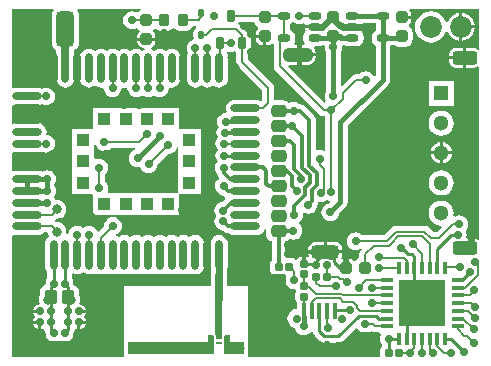
<source format=gtl>
%FSLAX44Y44*%
%MOMM*%
G71*
G01*
G75*
G04 Layer_Physical_Order=1*
G04 Layer_Color=191*
G04:AMPARAMS|DCode=10|XSize=1.5mm|YSize=3mm|CornerRadius=0.375mm|HoleSize=0mm|Usage=FLASHONLY|Rotation=0.000|XOffset=0mm|YOffset=0mm|HoleType=Round|Shape=RoundedRectangle|*
%AMROUNDEDRECTD10*
21,1,1.5000,2.2500,0,0,0.0*
21,1,0.7500,3.0000,0,0,0.0*
1,1,0.7500,0.3750,-1.1250*
1,1,0.7500,-0.3750,-1.1250*
1,1,0.7500,-0.3750,1.1250*
1,1,0.7500,0.3750,1.1250*
%
%ADD10ROUNDEDRECTD10*%
%ADD11R,0.4000X1.4000*%
%ADD12R,1.8000X1.9000*%
G04:AMPARAMS|DCode=13|XSize=1mm|YSize=1.2mm|CornerRadius=0.165mm|HoleSize=0mm|Usage=FLASHONLY|Rotation=0.000|XOffset=0mm|YOffset=0mm|HoleType=Round|Shape=RoundedRectangle|*
%AMROUNDEDRECTD13*
21,1,1.0000,0.8700,0,0,0.0*
21,1,0.6700,1.2000,0,0,0.0*
1,1,0.3300,0.3350,-0.4350*
1,1,0.3300,-0.3350,-0.4350*
1,1,0.3300,-0.3350,0.4350*
1,1,0.3300,0.3350,0.4350*
%
%ADD13ROUNDEDRECTD13*%
G04:AMPARAMS|DCode=14|XSize=2.35mm|YSize=1.15mm|CornerRadius=0.3852mm|HoleSize=0mm|Usage=FLASHONLY|Rotation=180.000|XOffset=0mm|YOffset=0mm|HoleType=Round|Shape=RoundedRectangle|*
%AMROUNDEDRECTD14*
21,1,2.3500,0.3795,0,0,180.0*
21,1,1.5795,1.1500,0,0,180.0*
1,1,0.7705,-0.7897,0.1898*
1,1,0.7705,0.7897,0.1898*
1,1,0.7705,0.7897,-0.1898*
1,1,0.7705,-0.7897,-0.1898*
%
%ADD14ROUNDEDRECTD14*%
G04:AMPARAMS|DCode=15|XSize=1.3mm|YSize=1mm|CornerRadius=0.25mm|HoleSize=0mm|Usage=FLASHONLY|Rotation=180.000|XOffset=0mm|YOffset=0mm|HoleType=Round|Shape=RoundedRectangle|*
%AMROUNDEDRECTD15*
21,1,1.3000,0.5000,0,0,180.0*
21,1,0.8000,1.0000,0,0,180.0*
1,1,0.5000,-0.4000,0.2500*
1,1,0.5000,0.4000,0.2500*
1,1,0.5000,0.4000,-0.2500*
1,1,0.5000,-0.4000,-0.2500*
%
%ADD15ROUNDEDRECTD15*%
G04:AMPARAMS|DCode=16|XSize=2.5mm|YSize=1.15mm|CornerRadius=0.3852mm|HoleSize=0mm|Usage=FLASHONLY|Rotation=180.000|XOffset=0mm|YOffset=0mm|HoleType=Round|Shape=RoundedRectangle|*
%AMROUNDEDRECTD16*
21,1,2.5000,0.3795,0,0,180.0*
21,1,1.7295,1.1500,0,0,180.0*
1,1,0.7705,-0.8648,0.1898*
1,1,0.7705,0.8648,0.1898*
1,1,0.7705,0.8648,-0.1898*
1,1,0.7705,-0.8648,-0.1898*
%
%ADD16ROUNDEDRECTD16*%
%ADD17O,0.7000X2.5000*%
%ADD18O,2.5000X0.7000*%
%ADD19R,1.1000X1.1000*%
%ADD20R,4.0000X4.0000*%
%ADD21O,1.1000X0.4000*%
%ADD22O,0.4000X1.1000*%
G04:AMPARAMS|DCode=23|XSize=1.1mm|YSize=0.6mm|CornerRadius=0.201mm|HoleSize=0mm|Usage=FLASHONLY|Rotation=180.000|XOffset=0mm|YOffset=0mm|HoleType=Round|Shape=RoundedRectangle|*
%AMROUNDEDRECTD23*
21,1,1.1000,0.1980,0,0,180.0*
21,1,0.6980,0.6000,0,0,180.0*
1,1,0.4020,-0.3490,0.0990*
1,1,0.4020,0.3490,0.0990*
1,1,0.4020,0.3490,-0.0990*
1,1,0.4020,-0.3490,-0.0990*
%
%ADD23ROUNDEDRECTD23*%
G04:AMPARAMS|DCode=24|XSize=1mm|YSize=0.9mm|CornerRadius=0.198mm|HoleSize=0mm|Usage=FLASHONLY|Rotation=90.000|XOffset=0mm|YOffset=0mm|HoleType=Round|Shape=RoundedRectangle|*
%AMROUNDEDRECTD24*
21,1,1.0000,0.5040,0,0,90.0*
21,1,0.6040,0.9000,0,0,90.0*
1,1,0.3960,0.2520,0.3020*
1,1,0.3960,0.2520,-0.3020*
1,1,0.3960,-0.2520,-0.3020*
1,1,0.3960,-0.2520,0.3020*
%
%ADD24ROUNDEDRECTD24*%
G04:AMPARAMS|DCode=25|XSize=0.67mm|YSize=0.67mm|CornerRadius=0.1508mm|HoleSize=0mm|Usage=FLASHONLY|Rotation=180.000|XOffset=0mm|YOffset=0mm|HoleType=Round|Shape=RoundedRectangle|*
%AMROUNDEDRECTD25*
21,1,0.6700,0.3685,0,0,180.0*
21,1,0.3685,0.6700,0,0,180.0*
1,1,0.3015,-0.1843,0.1843*
1,1,0.3015,0.1843,0.1843*
1,1,0.3015,0.1843,-0.1843*
1,1,0.3015,-0.1843,-0.1843*
%
%ADD25ROUNDEDRECTD25*%
G04:AMPARAMS|DCode=26|XSize=0.67mm|YSize=0.67mm|CornerRadius=0.1508mm|HoleSize=0mm|Usage=FLASHONLY|Rotation=270.000|XOffset=0mm|YOffset=0mm|HoleType=Round|Shape=RoundedRectangle|*
%AMROUNDEDRECTD26*
21,1,0.6700,0.3685,0,0,270.0*
21,1,0.3685,0.6700,0,0,270.0*
1,1,0.3015,-0.1843,-0.1843*
1,1,0.3015,-0.1843,0.1843*
1,1,0.3015,0.1843,0.1843*
1,1,0.3015,0.1843,-0.1843*
%
%ADD26ROUNDEDRECTD26*%
G04:AMPARAMS|DCode=27|XSize=1.05mm|YSize=0.65mm|CornerRadius=0.2015mm|HoleSize=0mm|Usage=FLASHONLY|Rotation=90.000|XOffset=0mm|YOffset=0mm|HoleType=Round|Shape=RoundedRectangle|*
%AMROUNDEDRECTD27*
21,1,1.0500,0.2470,0,0,90.0*
21,1,0.6470,0.6500,0,0,90.0*
1,1,0.4030,0.1235,0.3235*
1,1,0.4030,0.1235,-0.3235*
1,1,0.4030,-0.1235,-0.3235*
1,1,0.4030,-0.1235,0.3235*
%
%ADD27ROUNDEDRECTD27*%
G04:AMPARAMS|DCode=28|XSize=0.65mm|YSize=0.5mm|CornerRadius=0.2mm|HoleSize=0mm|Usage=FLASHONLY|Rotation=270.000|XOffset=0mm|YOffset=0mm|HoleType=Round|Shape=RoundedRectangle|*
%AMROUNDEDRECTD28*
21,1,0.6500,0.1000,0,0,270.0*
21,1,0.2500,0.5000,0,0,270.0*
1,1,0.4000,-0.0500,-0.1250*
1,1,0.4000,-0.0500,0.1250*
1,1,0.4000,0.0500,0.1250*
1,1,0.4000,0.0500,-0.1250*
%
%ADD28ROUNDEDRECTD28*%
G04:AMPARAMS|DCode=29|XSize=0.62mm|YSize=0.62mm|CornerRadius=0.1488mm|HoleSize=0mm|Usage=FLASHONLY|Rotation=270.000|XOffset=0mm|YOffset=0mm|HoleType=Round|Shape=RoundedRectangle|*
%AMROUNDEDRECTD29*
21,1,0.6200,0.3224,0,0,270.0*
21,1,0.3224,0.6200,0,0,270.0*
1,1,0.2976,-0.1612,-0.1612*
1,1,0.2976,-0.1612,0.1612*
1,1,0.2976,0.1612,0.1612*
1,1,0.2976,0.1612,-0.1612*
%
%ADD29ROUNDEDRECTD29*%
G04:AMPARAMS|DCode=30|XSize=1mm|YSize=0.95mm|CornerRadius=0.1995mm|HoleSize=0mm|Usage=FLASHONLY|Rotation=0.000|XOffset=0mm|YOffset=0mm|HoleType=Round|Shape=RoundedRectangle|*
%AMROUNDEDRECTD30*
21,1,1.0000,0.5510,0,0,0.0*
21,1,0.6010,0.9500,0,0,0.0*
1,1,0.3990,0.3005,-0.2755*
1,1,0.3990,-0.3005,-0.2755*
1,1,0.3990,-0.3005,0.2755*
1,1,0.3990,0.3005,0.2755*
%
%ADD30ROUNDEDRECTD30*%
G04:AMPARAMS|DCode=31|XSize=1mm|YSize=0.95mm|CornerRadius=0.1995mm|HoleSize=0mm|Usage=FLASHONLY|Rotation=270.000|XOffset=0mm|YOffset=0mm|HoleType=Round|Shape=RoundedRectangle|*
%AMROUNDEDRECTD31*
21,1,1.0000,0.5510,0,0,270.0*
21,1,0.6010,0.9500,0,0,270.0*
1,1,0.3990,-0.2755,-0.3005*
1,1,0.3990,-0.2755,0.3005*
1,1,0.3990,0.2755,0.3005*
1,1,0.3990,0.2755,-0.3005*
%
%ADD31ROUNDEDRECTD31*%
G04:AMPARAMS|DCode=32|XSize=0.5mm|YSize=0.21mm|CornerRadius=0.0347mm|HoleSize=0mm|Usage=FLASHONLY|Rotation=180.000|XOffset=0mm|YOffset=0mm|HoleType=Round|Shape=RoundedRectangle|*
%AMROUNDEDRECTD32*
21,1,0.5000,0.1407,0,0,180.0*
21,1,0.4307,0.2100,0,0,180.0*
1,1,0.0693,-0.2154,0.0704*
1,1,0.0693,0.2154,0.0704*
1,1,0.0693,0.2154,-0.0704*
1,1,0.0693,-0.2154,-0.0704*
%
%ADD32ROUNDEDRECTD32*%
G04:AMPARAMS|DCode=33|XSize=0.3mm|YSize=0.65mm|CornerRadius=0.0495mm|HoleSize=0mm|Usage=FLASHONLY|Rotation=180.000|XOffset=0mm|YOffset=0mm|HoleType=Round|Shape=RoundedRectangle|*
%AMROUNDEDRECTD33*
21,1,0.3000,0.5510,0,0,180.0*
21,1,0.2010,0.6500,0,0,180.0*
1,1,0.0990,-0.1005,0.2755*
1,1,0.0990,0.1005,0.2755*
1,1,0.0990,0.1005,-0.2755*
1,1,0.0990,-0.1005,-0.2755*
%
%ADD33ROUNDEDRECTD33*%
G04:AMPARAMS|DCode=34|XSize=0.65mm|YSize=0.35mm|CornerRadius=0.0735mm|HoleSize=0mm|Usage=FLASHONLY|Rotation=270.000|XOffset=0mm|YOffset=0mm|HoleType=Round|Shape=RoundedRectangle|*
%AMROUNDEDRECTD34*
21,1,0.6500,0.2030,0,0,270.0*
21,1,0.5030,0.3500,0,0,270.0*
1,1,0.1470,-0.1015,-0.2515*
1,1,0.1470,-0.1015,0.2515*
1,1,0.1470,0.1015,0.2515*
1,1,0.1470,0.1015,-0.2515*
%
%ADD34ROUNDEDRECTD34*%
G04:AMPARAMS|DCode=35|XSize=0.3mm|YSize=0.25mm|CornerRadius=0.0525mm|HoleSize=0mm|Usage=FLASHONLY|Rotation=270.000|XOffset=0mm|YOffset=0mm|HoleType=Round|Shape=RoundedRectangle|*
%AMROUNDEDRECTD35*
21,1,0.3000,0.1450,0,0,270.0*
21,1,0.1950,0.2500,0,0,270.0*
1,1,0.1050,-0.0725,-0.0975*
1,1,0.1050,-0.0725,0.0975*
1,1,0.1050,0.0725,0.0975*
1,1,0.1050,0.0725,-0.0975*
%
%ADD35ROUNDEDRECTD35*%
%ADD36C,0.2500*%
%ADD37C,0.3500*%
%ADD38C,0.2000*%
%ADD39C,0.6000*%
%ADD40C,0.3000*%
%ADD41C,0.7000*%
%ADD42C,0.4000*%
%ADD43C,0.5000*%
%ADD44C,0.7000*%
%ADD45C,0.8000*%
G04:AMPARAMS|DCode=46|XSize=1.15mm|YSize=2.1mm|CornerRadius=0.2875mm|HoleSize=0mm|Usage=FLASHONLY|Rotation=90.000|XOffset=0mm|YOffset=0mm|HoleType=Round|Shape=RoundedRectangle|*
%AMROUNDEDRECTD46*
21,1,1.1500,1.5250,0,0,90.0*
21,1,0.5750,2.1000,0,0,90.0*
1,1,0.5750,0.7625,0.2875*
1,1,0.5750,0.7625,-0.2875*
1,1,0.5750,-0.7625,-0.2875*
1,1,0.5750,-0.7625,0.2875*
%
%ADD46ROUNDEDRECTD46*%
%ADD47C,1.8500*%
%ADD48R,1.3000X1.3000*%
%ADD49C,1.3000*%
%ADD50C,0.6000*%
G36*
X208348Y284906D02*
X209673Y282923D01*
X211225Y281886D01*
X211361Y280583D01*
X211312Y280417D01*
X210725Y280025D01*
X209723Y278524D01*
X209371Y276755D01*
Y275270D01*
X217000D01*
Y274000D01*
X218270D01*
Y266621D01*
X220005D01*
X221775Y266973D01*
X223132Y267880D01*
X223761Y267717D01*
X224402Y267377D01*
Y248436D01*
X224790Y246485D01*
X225895Y244832D01*
X263163Y207564D01*
X264817Y206459D01*
X265140Y206394D01*
X266768Y206071D01*
X267708D01*
X267901Y205820D01*
X268152Y205627D01*
Y177591D01*
X266882Y176967D01*
X265458Y177557D01*
X263500Y177815D01*
X261697Y177577D01*
X261217Y177710D01*
X260427Y178238D01*
Y202685D01*
X260427Y202686D01*
X260055Y204557D01*
X259981Y204929D01*
X258710Y206831D01*
X258710Y206831D01*
X250695Y214846D01*
X248794Y216116D01*
X246550Y216563D01*
X245980D01*
X245082Y217251D01*
X243258Y218007D01*
X241300Y218265D01*
X239342Y218007D01*
X237568Y217272D01*
X237136Y217836D01*
X235778Y218878D01*
X234197Y219533D01*
X232500Y219756D01*
X224898D01*
Y230042D01*
X224510Y231993D01*
X223405Y233647D01*
X202598Y254454D01*
Y260612D01*
X203072Y260928D01*
X204401Y262918D01*
X204868Y265265D01*
Y271735D01*
X204401Y274082D01*
X203072Y276072D01*
X202302Y276586D01*
X202210Y277051D01*
X201105Y278705D01*
X196205Y283605D01*
X194551Y284710D01*
X194376Y285132D01*
X194901Y285918D01*
X194997Y286402D01*
X208050D01*
X208348Y284906D01*
D02*
G37*
G36*
X242218Y284948D02*
X244042Y284193D01*
X246000Y283935D01*
X247958Y284193D01*
X249782Y284948D01*
X250096Y285189D01*
X251151Y284398D01*
X250927Y283270D01*
X259000D01*
Y280730D01*
X250927D01*
X251224Y279235D01*
X251404Y278965D01*
X251177Y277823D01*
X249849Y275835D01*
X249382Y273490D01*
Y271510D01*
X249849Y269165D01*
X250637Y267985D01*
X249958Y266715D01*
X246270D01*
Y259570D01*
X260165D01*
Y260198D01*
X259669Y262692D01*
X258720Y264112D01*
X259399Y265382D01*
X262490D01*
X264835Y265849D01*
X265634Y266382D01*
X266720D01*
X267557Y265428D01*
X267435Y264500D01*
X267693Y262542D01*
X268449Y260718D01*
X268851Y260194D01*
Y227348D01*
X268417Y226782D01*
X267661Y224958D01*
X267404Y223000D01*
X267661Y221042D01*
X268323Y219443D01*
X268231Y218821D01*
X267820Y217946D01*
X267354Y217792D01*
X236531Y248615D01*
X237057Y249885D01*
X243730D01*
Y258300D01*
Y266715D01*
X242042D01*
X241363Y267985D01*
X242151Y269165D01*
X242618Y271510D01*
Y273490D01*
X242151Y275835D01*
X240823Y277823D01*
X238835Y279151D01*
X238098Y279298D01*
Y284702D01*
X238835Y284849D01*
X240712Y286103D01*
X242218Y284948D01*
D02*
G37*
G36*
X112055Y296181D02*
X111156Y296002D01*
X109173Y294677D01*
X108888Y294251D01*
X108282Y294151D01*
X106458Y294907D01*
X104500Y295165D01*
X102542Y294907D01*
X100718Y294151D01*
X99151Y292949D01*
X97949Y291382D01*
X97193Y289558D01*
X96935Y287600D01*
X97193Y285642D01*
X97949Y283818D01*
X99151Y282251D01*
X100718Y281049D01*
X102542Y280293D01*
X104500Y280035D01*
X106458Y280293D01*
X108282Y281049D01*
X108888Y280949D01*
X109173Y280523D01*
X110725Y279486D01*
X110861Y278183D01*
X110812Y278016D01*
X110225Y277624D01*
X109223Y276124D01*
X108871Y274355D01*
Y272870D01*
X124129D01*
Y274355D01*
X123777Y276124D01*
X122775Y277624D01*
X122188Y278016D01*
X122140Y278183D01*
X122275Y279486D01*
X123827Y280523D01*
X125026Y280030D01*
X126647Y278947D01*
X128980Y278483D01*
X134020D01*
X136353Y278947D01*
X138331Y280269D01*
X138865Y281067D01*
X140135D01*
X140669Y280269D01*
X142647Y278947D01*
X144980Y278483D01*
X150020D01*
X152353Y278947D01*
X154331Y280269D01*
X155653Y282247D01*
X155704Y282502D01*
X158397D01*
X158782Y281232D01*
X158174Y280826D01*
X156848Y278841D01*
X156383Y276500D01*
Y274000D01*
X156696Y272424D01*
X156087Y271150D01*
X155792Y270953D01*
X154218Y270301D01*
X152651Y269099D01*
X151449Y267532D01*
X150693Y265708D01*
X150435Y263750D01*
X150693Y261792D01*
X151449Y259967D01*
X151520Y259875D01*
X151449Y259782D01*
X150693Y257958D01*
X150435Y256000D01*
Y238000D01*
X150693Y236042D01*
X151449Y234218D01*
X152651Y232651D01*
X154218Y231449D01*
X156042Y230693D01*
X158000Y230435D01*
X159958Y230693D01*
X161782Y231449D01*
X163000Y232383D01*
X164218Y231449D01*
X166042Y230693D01*
X168000Y230435D01*
X169958Y230693D01*
X171782Y231449D01*
X173000Y232383D01*
X174218Y231449D01*
X176042Y230693D01*
X178000Y230435D01*
X179958Y230693D01*
X181782Y231449D01*
X183349Y232651D01*
X184551Y234218D01*
X185307Y236042D01*
X185565Y238000D01*
Y256000D01*
X185307Y257958D01*
X184551Y259782D01*
X184378Y260008D01*
X185179Y261051D01*
X186041Y260693D01*
X187999Y260436D01*
X189957Y260693D01*
X191416Y261298D01*
X192402Y260503D01*
Y252342D01*
X192790Y250391D01*
X193895Y248737D01*
X214702Y227930D01*
Y220063D01*
X213432Y219436D01*
X213282Y219551D01*
X211458Y220307D01*
X209500Y220565D01*
X191500D01*
X189542Y220307D01*
X187718Y219551D01*
X186151Y218349D01*
X184949Y216782D01*
X184193Y214958D01*
X183935Y213000D01*
X184193Y211042D01*
X184509Y210279D01*
X184315Y209814D01*
X183656Y209019D01*
X182042Y208807D01*
X180218Y208051D01*
X178651Y206849D01*
X177449Y205282D01*
X176693Y203458D01*
X176435Y201500D01*
X176693Y199542D01*
X177449Y197718D01*
X177845Y197201D01*
X176949Y196032D01*
X176193Y194208D01*
X175935Y192250D01*
X176193Y190292D01*
X176949Y188468D01*
X177095Y188277D01*
X175949Y186782D01*
X175193Y184958D01*
X174935Y183000D01*
X175193Y181042D01*
X175949Y179218D01*
X176963Y177896D01*
X175949Y176573D01*
X175193Y174749D01*
X174935Y172791D01*
X175193Y170833D01*
X175949Y169009D01*
X176870Y167808D01*
X175699Y166282D01*
X174943Y164458D01*
X174685Y162500D01*
X174943Y160542D01*
X175699Y158718D01*
X176503Y157670D01*
X176834Y156006D01*
X178104Y154104D01*
X178064Y153492D01*
X176901Y152599D01*
X175699Y151032D01*
X174943Y149208D01*
X174685Y147250D01*
X174943Y145292D01*
X175699Y143468D01*
X176901Y141901D01*
X178468Y140699D01*
X180247Y139962D01*
X181355Y138855D01*
X181355Y138855D01*
X183101Y137688D01*
X183319Y137170D01*
X183458Y136249D01*
X180914Y133705D01*
X179792Y133557D01*
X177968Y132801D01*
X176401Y131599D01*
X175199Y130032D01*
X174443Y128208D01*
X174185Y126250D01*
X174443Y124292D01*
X175199Y122468D01*
X175749Y121750D01*
X175199Y121032D01*
X174443Y119208D01*
X174185Y117250D01*
X174443Y115292D01*
X175199Y113468D01*
X176401Y111901D01*
X177968Y110699D01*
X179792Y109943D01*
X180914Y109795D01*
X181854Y108855D01*
X181854Y108855D01*
X183757Y107584D01*
X186000Y107137D01*
X186820D01*
X187718Y106449D01*
X189542Y105693D01*
X191500Y105435D01*
X209500D01*
X211458Y105693D01*
X213282Y106449D01*
X214849Y107651D01*
X216051Y109218D01*
X216674Y110721D01*
X217944Y110468D01*
Y106600D01*
X218167Y104903D01*
X218822Y103322D01*
X219864Y101964D01*
X221222Y100922D01*
X222637Y100336D01*
Y84590D01*
X221570Y82991D01*
X221142Y80843D01*
Y77158D01*
X221570Y75009D01*
X222397Y73770D01*
X221718Y72500D01*
X233602D01*
X234500Y71602D01*
Y64801D01*
X234949Y63718D01*
X236151Y62151D01*
X237718Y60949D01*
X239542Y60193D01*
X241500Y59935D01*
X242636Y60085D01*
X242970Y58409D01*
X243242Y58000D01*
X242970Y57592D01*
X242542Y55443D01*
Y51757D01*
X242970Y49609D01*
X244000Y48066D01*
Y43069D01*
X241912Y42794D01*
X239965Y41988D01*
X238294Y40706D01*
X237012Y39035D01*
X236206Y37088D01*
X235931Y35000D01*
X236206Y32912D01*
X237012Y30965D01*
X238294Y29294D01*
X239965Y28012D01*
X241912Y27206D01*
X242584Y27117D01*
X242693Y26292D01*
X243449Y24468D01*
X244651Y22901D01*
X246218Y21699D01*
X248042Y20943D01*
X250000Y20685D01*
X251958Y20943D01*
X253782Y21699D01*
X255349Y22901D01*
X256414Y24288D01*
X256612Y24302D01*
X257090Y24246D01*
X257725Y23984D01*
X258055Y22328D01*
X259215Y20591D01*
X263591Y16215D01*
X265328Y15055D01*
X267376Y14647D01*
X279003D01*
X281051Y15055D01*
X282788Y16215D01*
X293935Y27362D01*
X295181Y27115D01*
X295449Y26468D01*
X296651Y24901D01*
X298218Y23699D01*
X300042Y22943D01*
X302000Y22685D01*
X303958Y22943D01*
X305782Y23699D01*
X307017Y24646D01*
X308299Y23790D01*
X308623Y23726D01*
X310250Y23402D01*
X313330D01*
X314159Y22848D01*
X314748Y22731D01*
X315267Y21333D01*
X314693Y19948D01*
X314435Y17990D01*
X314693Y16032D01*
X315449Y14207D01*
X316200Y13228D01*
X316187Y11813D01*
X314970Y9991D01*
X314542Y7843D01*
Y4157D01*
X314667Y3531D01*
X313861Y2549D01*
X202400D01*
Y62500D01*
X185000D01*
Y72500D01*
X185060D01*
Y77447D01*
X185307Y78042D01*
X185565Y80000D01*
Y98000D01*
X185307Y99958D01*
X184551Y101782D01*
X183349Y103349D01*
X181782Y104551D01*
X179958Y105307D01*
X178000Y105565D01*
X176042Y105307D01*
X174218Y104551D01*
X172651Y103349D01*
X171449Y101782D01*
X170693Y99958D01*
X170435Y98000D01*
Y80000D01*
X170693Y78042D01*
X170940Y77447D01*
Y72500D01*
X170900D01*
Y62500D01*
X97400D01*
X97400Y62500D01*
Y2549D01*
X67400D01*
Y72500D01*
X162632D01*
X162201Y73770D01*
X163349Y74651D01*
X164551Y76218D01*
X165307Y78042D01*
X165565Y80000D01*
Y98000D01*
X165307Y99958D01*
X164551Y101782D01*
X163349Y103349D01*
X161782Y104551D01*
X159958Y105307D01*
X158000Y105565D01*
X156042Y105307D01*
X154218Y104551D01*
X153000Y103617D01*
X151782Y104551D01*
X149958Y105307D01*
X148000Y105565D01*
X146042Y105307D01*
X144218Y104551D01*
X143000Y103617D01*
X141782Y104551D01*
X139958Y105307D01*
X138000Y105565D01*
X136042Y105307D01*
X134218Y104551D01*
X133000Y103617D01*
X131782Y104551D01*
X129958Y105307D01*
X128000Y105565D01*
X126042Y105307D01*
X124218Y104551D01*
X123000Y103617D01*
X121782Y104551D01*
X119958Y105307D01*
X118000Y105565D01*
X116042Y105307D01*
X114218Y104551D01*
X113000Y103617D01*
X111782Y104551D01*
X109958Y105307D01*
X108000Y105565D01*
X106042Y105307D01*
X104218Y104551D01*
X103000Y103617D01*
X101782Y104551D01*
X99958Y105307D01*
X98000Y105565D01*
X96042Y105307D01*
X94218Y104551D01*
X93000Y103617D01*
X91782Y104551D01*
X90974Y104886D01*
Y106260D01*
X92032Y106699D01*
X93599Y107901D01*
X94801Y109468D01*
X95557Y111292D01*
X95815Y113250D01*
X95557Y115208D01*
X94801Y117032D01*
X93599Y118599D01*
X92032Y119801D01*
X90208Y120557D01*
X88250Y120815D01*
X86292Y120557D01*
X84468Y119801D01*
X82901Y118599D01*
X81699Y117032D01*
X80943Y115208D01*
X80685Y113250D01*
X80727Y112936D01*
X76408Y108618D01*
X74910Y108916D01*
X74551Y109782D01*
X73349Y111349D01*
X71782Y112551D01*
X69958Y113307D01*
X68000Y113565D01*
X66042Y113307D01*
X64218Y112551D01*
X63000Y111617D01*
X61782Y112551D01*
X59958Y113307D01*
X58000Y113565D01*
X56042Y113307D01*
X54218Y112551D01*
X52651Y111349D01*
X51449Y109782D01*
X50693Y107958D01*
X50618Y107386D01*
X49305Y106368D01*
X48745Y106464D01*
X48591Y106768D01*
X48819Y108500D01*
X48544Y110588D01*
X47738Y112535D01*
X46456Y114206D01*
X44784Y115488D01*
X42838Y116294D01*
X40750Y116569D01*
X39991Y116469D01*
X39855Y116605D01*
X38910Y117236D01*
Y118764D01*
X39855Y119395D01*
X39991Y119531D01*
X40750Y119431D01*
X42838Y119706D01*
X44784Y120512D01*
X46456Y121794D01*
X47738Y123465D01*
X48544Y125412D01*
X48819Y127500D01*
X48544Y129588D01*
X47738Y131535D01*
X46456Y133206D01*
X44784Y134488D01*
X42838Y135294D01*
X40750Y135569D01*
X39616Y135420D01*
X39051Y136782D01*
X38117Y138000D01*
X39051Y139218D01*
X39807Y141042D01*
X40065Y143000D01*
X39807Y144958D01*
X39051Y146782D01*
X38618Y147347D01*
Y148652D01*
X39051Y149218D01*
X39807Y151042D01*
X40065Y153000D01*
X39807Y154958D01*
X39051Y156782D01*
X37849Y158349D01*
X36282Y159551D01*
X34458Y160307D01*
X32500Y160565D01*
X30542Y160307D01*
X28718Y159551D01*
X28500Y159384D01*
X28282Y159551D01*
X26458Y160307D01*
X24500Y160565D01*
X6500D01*
X4542Y160307D01*
X3819Y160007D01*
X2549Y160856D01*
Y175144D01*
X3819Y175993D01*
X4542Y175693D01*
X6500Y175435D01*
X24500D01*
X26458Y175693D01*
X28000Y176332D01*
X29542Y175693D01*
X31500Y175435D01*
X33458Y175693D01*
X35282Y176449D01*
X36849Y177651D01*
X38051Y179218D01*
X38807Y181042D01*
X39065Y183000D01*
X38807Y184958D01*
X38051Y186782D01*
X36849Y188349D01*
X35282Y189551D01*
X33458Y190307D01*
X32788Y190395D01*
X31884Y191630D01*
X32065Y193000D01*
X31807Y194958D01*
X31051Y196782D01*
X29849Y198349D01*
X28282Y199551D01*
X26458Y200307D01*
X24500Y200565D01*
X6500D01*
X4542Y200307D01*
X3819Y200007D01*
X2549Y200856D01*
Y215144D01*
X3819Y215993D01*
X4542Y215693D01*
X6500Y215435D01*
X24500D01*
X26458Y215693D01*
X28000Y216332D01*
X29542Y215693D01*
X31500Y215435D01*
X33458Y215693D01*
X35282Y216449D01*
X36849Y217651D01*
X38051Y219218D01*
X38807Y221042D01*
X39065Y223000D01*
X38807Y224958D01*
X38051Y226782D01*
X36849Y228349D01*
X35282Y229551D01*
X33458Y230307D01*
X31500Y230565D01*
X29542Y230307D01*
X28000Y229668D01*
X26458Y230307D01*
X24500Y230565D01*
X6500D01*
X4542Y230307D01*
X3819Y230007D01*
X2549Y230856D01*
Y297451D01*
X37673D01*
X38299Y296181D01*
X37480Y295114D01*
X36700Y293228D01*
X36433Y291205D01*
Y268705D01*
X36700Y266682D01*
X37480Y264797D01*
X38723Y263178D01*
X40342Y261936D01*
X40435Y261897D01*
Y256000D01*
Y247000D01*
Y238000D01*
X40693Y236042D01*
X41449Y234218D01*
X42651Y232651D01*
X44218Y231449D01*
X46042Y230693D01*
X48000Y230435D01*
X49958Y230693D01*
X51782Y231449D01*
X53349Y232651D01*
X54551Y234218D01*
X55307Y236042D01*
X55565Y238000D01*
Y256000D01*
Y261897D01*
X55658Y261936D01*
X57277Y263178D01*
X58520Y264797D01*
X59300Y266682D01*
X59567Y268705D01*
Y291205D01*
X59300Y293228D01*
X58520Y295114D01*
X57701Y296181D01*
X58327Y297451D01*
X111930D01*
X112055Y296181D01*
D02*
G37*
G36*
X32956Y106412D02*
X33762Y104466D01*
X33723Y104172D01*
X32651Y103349D01*
X31449Y101782D01*
X30693Y99958D01*
X30435Y98000D01*
Y80000D01*
X30693Y78042D01*
X31449Y76218D01*
X32647Y74656D01*
Y69143D01*
X31718Y67753D01*
X31293Y65612D01*
Y65153D01*
X30555Y64048D01*
X30295Y62742D01*
X29945Y62672D01*
X28077Y61423D01*
X26828Y59555D01*
X26389Y57350D01*
Y54738D01*
X25706Y53088D01*
X25431Y51000D01*
X25706Y48912D01*
X26088Y47989D01*
X25240Y46719D01*
X24888D01*
X23316Y46406D01*
X21984Y45516D01*
X21094Y44184D01*
X20781Y42612D01*
Y42270D01*
X26500D01*
Y39730D01*
X20781D01*
Y39388D01*
X21094Y37816D01*
X21973Y36500D01*
X21093Y35183D01*
X20780Y33611D01*
Y33269D01*
X26499D01*
Y31999D01*
X27769D01*
Y26280D01*
X28111D01*
X28942Y26446D01*
X29952Y26072D01*
X30244Y25508D01*
X30554Y23952D01*
X31293Y22847D01*
Y21388D01*
X31718Y19247D01*
X32931Y17431D01*
X34747Y16218D01*
X36888Y15792D01*
X40112D01*
X42253Y16218D01*
X43000Y16717D01*
X43747Y16218D01*
X45888Y15792D01*
X49112D01*
X51253Y16218D01*
X53069Y17431D01*
X54282Y19247D01*
X54707Y21388D01*
Y22848D01*
X55445Y23951D01*
X55754Y25508D01*
X56045Y26071D01*
X57056Y26446D01*
X57887Y26280D01*
X58229D01*
Y31999D01*
X59499D01*
Y33269D01*
X65218D01*
Y33611D01*
X64906Y35183D01*
X64026Y36499D01*
X64906Y37816D01*
X65219Y39388D01*
Y39730D01*
X59500D01*
Y42270D01*
X65219D01*
Y42612D01*
X64906Y44184D01*
X64016Y45516D01*
X62684Y46406D01*
X61112Y46719D01*
X60760D01*
X59912Y47989D01*
X60294Y48912D01*
X60569Y51000D01*
X60294Y53088D01*
X59611Y54738D01*
Y57350D01*
X59172Y59555D01*
X57923Y61423D01*
X56055Y62672D01*
X55498Y62783D01*
X55445Y63048D01*
X54707Y64153D01*
Y65612D01*
X54282Y67753D01*
X53353Y69143D01*
Y72654D01*
X54623Y73281D01*
X56042Y72693D01*
X58000Y72435D01*
X59958Y72693D01*
X61782Y73449D01*
X63000Y74383D01*
X64218Y73449D01*
X66042Y72693D01*
X66238Y72667D01*
X67400Y72500D01*
X67400Y72500D01*
X67400Y72500D01*
X67400Y3447D01*
X66502Y2549D01*
X2549D01*
Y105144D01*
X3819Y105993D01*
X4542Y105693D01*
X6500Y105435D01*
X24500D01*
X26458Y105693D01*
X28282Y106449D01*
X29849Y107651D01*
X30042Y107902D01*
X32760D01*
X32956Y106412D01*
D02*
G37*
G36*
X173454Y19903D02*
Y18497D01*
X173500Y18265D01*
Y15535D01*
X173454Y15303D01*
Y13896D01*
X173500Y13665D01*
Y5000D01*
X101400D01*
Y15000D01*
X169000D01*
Y20700D01*
X172467D01*
X173454Y19903D01*
D02*
G37*
G36*
X187000Y15000D02*
X199400D01*
Y5000D01*
X182500D01*
Y13665D01*
X182546Y13896D01*
Y15303D01*
X182500Y15535D01*
Y18265D01*
X182546Y18497D01*
Y19903D01*
X183533Y20700D01*
X187000D01*
Y15000D01*
D02*
G37*
G36*
X181000Y21190D02*
X180942Y21103D01*
X180756Y20880D01*
X180723Y20775D01*
X180662Y20684D01*
X180605Y20398D01*
X180518Y20120D01*
X180528Y20011D01*
X180507Y19903D01*
Y18697D01*
X180500Y18663D01*
Y18462D01*
X180461Y18265D01*
Y17900D01*
X175539D01*
Y18265D01*
X175500Y18462D01*
Y18663D01*
X175493Y18697D01*
Y19903D01*
X175472Y20011D01*
X175482Y20120D01*
X175395Y20398D01*
X175338Y20684D01*
X175277Y20775D01*
X175244Y20880D01*
X175058Y21103D01*
X175000Y21190D01*
Y72500D01*
X181000D01*
Y21190D01*
D02*
G37*
G36*
X398451Y263211D02*
X397181Y262712D01*
X395738Y263676D01*
X393625Y264096D01*
X387270D01*
Y255700D01*
Y247304D01*
X393625D01*
X395738Y247724D01*
X397181Y248689D01*
X398451Y248189D01*
Y101811D01*
X397181Y101312D01*
X395738Y102276D01*
X393625Y102696D01*
X388246D01*
X387759Y103425D01*
X387580Y103966D01*
X387815Y105750D01*
X387557Y107708D01*
X386853Y109406D01*
X388051Y110968D01*
X388807Y112792D01*
X389065Y114750D01*
X388807Y116708D01*
X388051Y118532D01*
X386849Y120099D01*
X385282Y121301D01*
X383458Y122057D01*
X381500Y122315D01*
X379542Y122057D01*
X377779Y121327D01*
X377527Y121428D01*
X376600Y122045D01*
X376891Y124250D01*
X376530Y126991D01*
X375472Y129545D01*
X373789Y131739D01*
X371595Y133422D01*
X369041Y134480D01*
X366300Y134841D01*
X363559Y134480D01*
X361005Y133422D01*
X358811Y131739D01*
X357128Y129545D01*
X356070Y126991D01*
X355709Y124250D01*
X356070Y121509D01*
X357128Y118955D01*
X358811Y116761D01*
X361005Y115078D01*
X363559Y114020D01*
X366097Y113686D01*
X366780Y112573D01*
X362555Y108348D01*
X359268D01*
X355512Y112105D01*
X353858Y113210D01*
X351907Y113598D01*
X328151D01*
X326200Y113210D01*
X324546Y112105D01*
X318039Y105598D01*
X299292D01*
X299099Y105849D01*
X297532Y107051D01*
X295708Y107807D01*
X293750Y108065D01*
X291792Y107807D01*
X289968Y107051D01*
X288401Y105849D01*
X287199Y104282D01*
X286443Y102458D01*
X286185Y100500D01*
X286443Y98542D01*
X287199Y96718D01*
X288401Y95151D01*
X289968Y93949D01*
X291792Y93193D01*
X293750Y92935D01*
X295708Y93193D01*
X297532Y93949D01*
X298223Y94479D01*
X299062Y93522D01*
X298394Y92854D01*
X297289Y91200D01*
X296901Y89249D01*
Y86399D01*
X294923Y85077D01*
X293886Y83525D01*
X292583Y83389D01*
X292416Y83438D01*
X292024Y84024D01*
X290525Y85027D01*
X288755Y85379D01*
X287270D01*
Y77750D01*
X284730D01*
Y85379D01*
X283245D01*
X282221Y85175D01*
X281458Y86318D01*
X282119Y87308D01*
X282615Y89803D01*
Y90430D01*
X253785D01*
Y89803D01*
X254121Y88112D01*
X253923Y87814D01*
X253020Y87135D01*
X251842Y87369D01*
X251270D01*
Y81400D01*
X248730D01*
Y87369D01*
X248158D01*
X246578Y87055D01*
X245239Y86161D01*
X244540Y85114D01*
X243508Y84880D01*
X243068Y84910D01*
X241391Y86030D01*
X239242Y86458D01*
X235557D01*
X235344Y86416D01*
X234363Y87221D01*
Y100336D01*
X235778Y100922D01*
X237136Y101964D01*
X237583Y102547D01*
X239042Y101943D01*
X241000Y101685D01*
X242958Y101943D01*
X244782Y102699D01*
X246349Y103901D01*
X247551Y105468D01*
X248307Y107292D01*
X248565Y109250D01*
X248307Y111208D01*
X247551Y113032D01*
X246349Y114599D01*
X245573Y115195D01*
X245494Y115537D01*
X245653Y116734D01*
X246849Y117651D01*
X248051Y119218D01*
X248807Y121042D01*
X249065Y123000D01*
X248949Y123880D01*
X249567Y124376D01*
X250131Y124631D01*
X251792Y123943D01*
X253750Y123685D01*
X255708Y123943D01*
X257532Y124699D01*
X259099Y125901D01*
X260301Y127468D01*
X261057Y129292D01*
X261290Y131059D01*
X261350Y131159D01*
X261916Y132007D01*
X261942Y132133D01*
X262009Y132244D01*
X262164Y133251D01*
X262301Y133942D01*
X264250Y133685D01*
X266208Y133943D01*
X268032Y134699D01*
X269239Y135624D01*
X269468Y135449D01*
X271292Y134693D01*
X271635Y134648D01*
X272044Y133445D01*
X270998Y132400D01*
X270292Y132307D01*
X268468Y131551D01*
X266901Y130349D01*
X265699Y128782D01*
X264943Y126958D01*
X264685Y125000D01*
X264943Y123042D01*
X265699Y121218D01*
X266901Y119651D01*
X268468Y118449D01*
X270292Y117693D01*
X272250Y117435D01*
X274208Y117693D01*
X276032Y118449D01*
X277599Y119651D01*
X278801Y121218D01*
X279557Y123042D01*
X279650Y123748D01*
X285076Y129174D01*
X286402Y131159D01*
X286868Y133500D01*
Y198466D01*
X321326Y232924D01*
X322652Y234909D01*
X323117Y237250D01*
Y266038D01*
X323634Y266382D01*
X326482D01*
X327656Y265598D01*
X329995Y265133D01*
X336005D01*
X338344Y265598D01*
X340327Y266923D01*
X341652Y268906D01*
X342117Y271245D01*
Y276755D01*
X341652Y279094D01*
X340327Y281077D01*
X338775Y282114D01*
X338639Y283417D01*
X338688Y283584D01*
X339274Y283976D01*
X340277Y285476D01*
X340629Y287245D01*
Y288730D01*
X333000D01*
Y291270D01*
X340629D01*
Y292755D01*
X340277Y294524D01*
X339274Y296025D01*
X339040Y296181D01*
X339426Y297451D01*
X398451D01*
Y263211D01*
D02*
G37*
G36*
X310882Y285037D02*
Y278962D01*
X309177Y277823D01*
X307849Y275835D01*
X307382Y273490D01*
Y271510D01*
X307849Y269165D01*
X309177Y267177D01*
X310882Y266038D01*
Y240727D01*
X310277Y240219D01*
X308813Y240530D01*
X308779Y240561D01*
X307599Y242099D01*
X306032Y243301D01*
X304208Y244057D01*
X302250Y244315D01*
X300292Y244057D01*
X298468Y243301D01*
X296901Y242099D01*
X296708Y241848D01*
X294250D01*
X292623Y241524D01*
X292299Y241460D01*
X290645Y240355D01*
X282259Y231969D01*
X281086Y232455D01*
Y260111D01*
X281551Y260718D01*
X282307Y262542D01*
X282565Y264500D01*
X282443Y265428D01*
X283280Y266382D01*
X284366D01*
X285165Y265849D01*
X287510Y265382D01*
X294490D01*
X296835Y265849D01*
X298823Y267177D01*
X300151Y269165D01*
X300618Y271510D01*
Y273490D01*
X300151Y275835D01*
X298823Y277823D01*
X298596Y278965D01*
X298776Y279235D01*
X299073Y280730D01*
X291000D01*
Y283270D01*
X299073D01*
X298906Y284112D01*
X299775Y285382D01*
X310366D01*
X310882Y285037D01*
D02*
G37*
%LPC*%
G36*
X276098Y100115D02*
X269470D01*
Y92970D01*
X282615D01*
Y93597D01*
X282119Y96092D01*
X280706Y98206D01*
X278592Y99619D01*
X276098Y100115D01*
D02*
G37*
G36*
X366300Y160341D02*
X363559Y159980D01*
X361005Y158922D01*
X358811Y157239D01*
X357128Y155045D01*
X356070Y152491D01*
X355709Y149750D01*
X356070Y147009D01*
X357128Y144455D01*
X358811Y142261D01*
X361005Y140578D01*
X363559Y139520D01*
X366300Y139159D01*
X369041Y139520D01*
X371595Y140578D01*
X373789Y142261D01*
X375472Y144455D01*
X376530Y147009D01*
X376891Y149750D01*
X376530Y152491D01*
X375472Y155045D01*
X373789Y157239D01*
X371595Y158922D01*
X369041Y159980D01*
X366300Y160341D01*
D02*
G37*
G36*
X144500Y213500D02*
X71500D01*
Y195500D01*
X53500D01*
Y176500D01*
Y158500D01*
Y140500D01*
X70941D01*
X71401Y139901D01*
X71500Y139825D01*
Y122500D01*
X144500D01*
Y140500D01*
X162500D01*
Y158500D01*
Y176500D01*
Y195500D01*
X144500D01*
Y213500D01*
D02*
G37*
G36*
X215730Y272730D02*
X209371D01*
Y271245D01*
X209723Y269475D01*
X210725Y267975D01*
X212225Y266973D01*
X213995Y266621D01*
X215730D01*
Y272730D01*
D02*
G37*
G36*
X266930Y100115D02*
X260303D01*
X257808Y99619D01*
X255694Y98206D01*
X254281Y96092D01*
X253785Y93597D01*
Y92970D01*
X266930D01*
Y100115D01*
D02*
G37*
G36*
X394425Y280730D02*
X383970D01*
Y270275D01*
X385778Y270513D01*
X388646Y271702D01*
X391109Y273591D01*
X392999Y276054D01*
X394187Y278922D01*
X394425Y280730D01*
D02*
G37*
G36*
X383970Y293724D02*
Y283270D01*
X394425D01*
X394187Y285078D01*
X392999Y287946D01*
X391109Y290409D01*
X388646Y292299D01*
X385778Y293486D01*
X383970Y293724D01*
D02*
G37*
G36*
X357300Y295364D02*
X353841Y294909D01*
X350618Y293574D01*
X347850Y291450D01*
X345726Y288682D01*
X344391Y285459D01*
X343936Y282000D01*
X344391Y278541D01*
X345726Y275318D01*
X347850Y272550D01*
X350618Y270426D01*
X353841Y269091D01*
X357300Y268636D01*
X360759Y269091D01*
X363982Y270426D01*
X366750Y272550D01*
X368874Y275318D01*
X370103Y278285D01*
X370915Y278431D01*
X371452Y278347D01*
X372402Y276054D01*
X374291Y273591D01*
X376754Y271702D01*
X379622Y270513D01*
X381430Y270275D01*
Y282000D01*
Y293724D01*
X379622Y293486D01*
X376754Y292299D01*
X374291Y290409D01*
X372402Y287946D01*
X371452Y285653D01*
X370915Y285569D01*
X370103Y285715D01*
X368874Y288682D01*
X366750Y291450D01*
X363982Y293574D01*
X360759Y294909D01*
X357300Y295364D01*
D02*
G37*
G36*
X65218Y30729D02*
X60769D01*
Y26280D01*
X61111D01*
X62683Y26593D01*
X64015Y27483D01*
X64906Y28816D01*
X65218Y30387D01*
Y30729D01*
D02*
G37*
G36*
X25229Y30729D02*
X20780D01*
Y30387D01*
X21093Y28816D01*
X21983Y27483D01*
X23316Y26593D01*
X24887Y26280D01*
X25229D01*
Y30729D01*
D02*
G37*
G36*
X124129Y270330D02*
X108871D01*
Y268845D01*
X109223Y267076D01*
X110225Y265575D01*
X111726Y264573D01*
X113495Y264221D01*
X114930D01*
X115183Y262951D01*
X114218Y262551D01*
X113000Y261617D01*
X111782Y262551D01*
X109958Y263307D01*
X108000Y263565D01*
X106042Y263307D01*
X104218Y262551D01*
X103000Y261617D01*
X101782Y262551D01*
X99958Y263307D01*
X98000Y263565D01*
X96042Y263307D01*
X94218Y262551D01*
X93000Y261617D01*
X91782Y262551D01*
X89958Y263307D01*
X88000Y263565D01*
X86042Y263307D01*
X84218Y262551D01*
X83000Y261617D01*
X81782Y262551D01*
X79958Y263307D01*
X78000Y263565D01*
X76042Y263307D01*
X74218Y262551D01*
X73000Y261617D01*
X71782Y262551D01*
X69958Y263307D01*
X68000Y263565D01*
X66042Y263307D01*
X64218Y262551D01*
X62651Y261349D01*
X61449Y259782D01*
X60693Y257958D01*
X60435Y256000D01*
Y238000D01*
X60693Y236042D01*
X61449Y234218D01*
X62651Y232651D01*
X64218Y231449D01*
X66042Y230693D01*
X68000Y230435D01*
X69958Y230693D01*
X71782Y231449D01*
X73000Y232383D01*
X74218Y231449D01*
X76042Y230693D01*
X78000Y230435D01*
X79200Y230593D01*
X80138Y230333D01*
X80527Y229554D01*
X80693Y228292D01*
X81449Y226468D01*
X82651Y224901D01*
X84218Y223699D01*
X86042Y222943D01*
X88000Y222685D01*
X89958Y222943D01*
X91782Y223699D01*
X93349Y224901D01*
X94551Y226468D01*
X95307Y228292D01*
X95473Y229554D01*
X95862Y230333D01*
X96800Y230593D01*
X98000Y230435D01*
X99199Y230593D01*
X100138Y230333D01*
X100527Y229554D01*
X100693Y228292D01*
X101449Y226468D01*
X102651Y224901D01*
X104218Y223699D01*
X106042Y222943D01*
X108000Y222686D01*
X109958Y222943D01*
X111782Y223699D01*
X113000Y224633D01*
X114218Y223699D01*
X116042Y222943D01*
X118000Y222686D01*
X119958Y222943D01*
X121782Y223699D01*
X123000Y224633D01*
X124218Y223699D01*
X126042Y222943D01*
X128000Y222686D01*
X129958Y222943D01*
X131782Y223699D01*
X133349Y224901D01*
X134551Y226468D01*
X135307Y228292D01*
X135473Y229554D01*
X135862Y230333D01*
X136800Y230593D01*
X138000Y230435D01*
X139958Y230693D01*
X141782Y231449D01*
X143349Y232651D01*
X144551Y234218D01*
X145307Y236042D01*
X145565Y238000D01*
Y256000D01*
X145307Y257958D01*
X144551Y259782D01*
X143349Y261349D01*
X141782Y262551D01*
X139958Y263307D01*
X138000Y263565D01*
X136042Y263307D01*
X134218Y262551D01*
X133000Y261617D01*
X131782Y262551D01*
X129958Y263307D01*
X128000Y263565D01*
X126042Y263307D01*
X124218Y262551D01*
X123000Y261617D01*
X121782Y262551D01*
X120432Y263111D01*
X120562Y264431D01*
X121274Y264573D01*
X122775Y265575D01*
X123777Y267076D01*
X124129Y268845D01*
Y270330D01*
D02*
G37*
G36*
X376800Y236250D02*
X355800D01*
Y215250D01*
X376800D01*
Y236250D01*
D02*
G37*
G36*
X384730Y254430D02*
X372854D01*
Y252825D01*
X373274Y250712D01*
X374471Y248921D01*
X376262Y247724D01*
X378375Y247304D01*
X384730D01*
Y254430D01*
D02*
G37*
G36*
Y264096D02*
X378375D01*
X376262Y263676D01*
X374471Y262479D01*
X373274Y260688D01*
X372854Y258575D01*
Y256970D01*
X384730D01*
Y264096D01*
D02*
G37*
G36*
X260165Y257030D02*
X246270D01*
Y249885D01*
X253647D01*
X256142Y250381D01*
X258256Y251794D01*
X259669Y253908D01*
X260165Y256402D01*
Y257030D01*
D02*
G37*
G36*
X366300Y210841D02*
X363559Y210480D01*
X361005Y209422D01*
X358811Y207739D01*
X357128Y205545D01*
X356070Y202991D01*
X355709Y200250D01*
X356070Y197509D01*
X357128Y194955D01*
X358811Y192761D01*
X361005Y191078D01*
X363559Y190020D01*
X366300Y189659D01*
X369041Y190020D01*
X371595Y191078D01*
X373789Y192761D01*
X375472Y194955D01*
X376530Y197509D01*
X376891Y200250D01*
X376530Y202991D01*
X375472Y205545D01*
X373789Y207739D01*
X371595Y209422D01*
X369041Y210480D01*
X366300Y210841D01*
D02*
G37*
G36*
X375251Y173980D02*
X367570D01*
Y166299D01*
X368660Y166443D01*
X370859Y167354D01*
X372747Y168803D01*
X374196Y170691D01*
X375107Y172890D01*
X375251Y173980D01*
D02*
G37*
G36*
X365030D02*
X357349D01*
X357493Y172890D01*
X358404Y170691D01*
X359853Y168803D01*
X361741Y167354D01*
X363940Y166443D01*
X365030Y166299D01*
Y173980D01*
D02*
G37*
G36*
X367570Y184201D02*
Y176520D01*
X375251D01*
X375107Y177610D01*
X374196Y179809D01*
X372747Y181697D01*
X370859Y183146D01*
X368660Y184057D01*
X367570Y184201D01*
D02*
G37*
G36*
X365030D02*
X363940Y184057D01*
X361741Y183146D01*
X359853Y181697D01*
X358404Y179809D01*
X357493Y177610D01*
X357349Y176520D01*
X365030D01*
Y184201D01*
D02*
G37*
%LPD*%
G36*
X74449Y180468D02*
X75651Y178901D01*
X77218Y177699D01*
X79042Y176943D01*
X81000Y176685D01*
X82958Y176943D01*
X84782Y177699D01*
X86349Y178901D01*
X86542Y179152D01*
X106617D01*
X106870Y177882D01*
X105468Y177301D01*
X103901Y176099D01*
X102699Y174532D01*
X101943Y172708D01*
X101685Y170750D01*
X101943Y168792D01*
X102699Y166968D01*
X103901Y165401D01*
X105468Y164199D01*
X107292Y163443D01*
X109250Y163185D01*
X111208Y163443D01*
X111230Y163452D01*
X111949Y161718D01*
X113151Y160151D01*
X114718Y158949D01*
X116542Y158193D01*
X118500Y157935D01*
X120458Y158193D01*
X122282Y158949D01*
X123849Y160151D01*
X125051Y161718D01*
X125807Y163542D01*
X126065Y165500D01*
X126053Y165593D01*
X134561Y174102D01*
X134875Y174060D01*
X136833Y174318D01*
X138657Y175074D01*
X140224Y176276D01*
X141426Y177843D01*
X142182Y179667D01*
X142230Y180032D01*
X143500Y179949D01*
Y176500D01*
Y158500D01*
Y141500D01*
X84458D01*
X83752Y142556D01*
X84057Y143292D01*
X84315Y145250D01*
X84057Y147208D01*
X83301Y149032D01*
X82099Y150599D01*
X81698Y150907D01*
Y157280D01*
X81949Y157473D01*
X83151Y159039D01*
X83907Y160864D01*
X84165Y162822D01*
X83907Y164780D01*
X83151Y166604D01*
X81949Y168171D01*
X80382Y169373D01*
X78558Y170129D01*
X76600Y170387D01*
X74642Y170129D01*
X73770Y169768D01*
X72500Y170616D01*
Y176500D01*
Y182012D01*
X73693Y182292D01*
X74449Y180468D01*
D02*
G37*
D10*
X28100Y279955D02*
D03*
X48000D02*
D03*
D11*
X276000Y41000D02*
D03*
X250000D02*
D03*
X269500D02*
D03*
X256500D02*
D03*
X263000D02*
D03*
D12*
X303000Y14500D02*
D03*
X223000D02*
D03*
D13*
X35500Y53000D02*
D03*
X50500D02*
D03*
D14*
X268200Y91700D02*
D03*
D15*
X228500Y109100D02*
D03*
Y121800D02*
D03*
Y147200D02*
D03*
Y198000D02*
D03*
Y134500D02*
D03*
Y210700D02*
D03*
Y185300D02*
D03*
Y159900D02*
D03*
Y172600D02*
D03*
D16*
X245000Y258300D02*
D03*
D17*
X38000Y89000D02*
D03*
X48000D02*
D03*
X58000D02*
D03*
X68000D02*
D03*
X78000D02*
D03*
X88000D02*
D03*
X98000D02*
D03*
X108000D02*
D03*
X118000D02*
D03*
X128000D02*
D03*
X138000D02*
D03*
X148000D02*
D03*
X158000D02*
D03*
X168000D02*
D03*
X178000D02*
D03*
Y247000D02*
D03*
X168000D02*
D03*
X158000D02*
D03*
X148000D02*
D03*
X138000D02*
D03*
X128000D02*
D03*
X118000D02*
D03*
X108000D02*
D03*
X98000D02*
D03*
X88000D02*
D03*
X78000D02*
D03*
X68000D02*
D03*
X58000D02*
D03*
X48000D02*
D03*
X38000D02*
D03*
D18*
X200500Y113000D02*
D03*
Y123000D02*
D03*
Y133000D02*
D03*
Y143000D02*
D03*
Y153000D02*
D03*
Y163000D02*
D03*
Y173000D02*
D03*
Y183000D02*
D03*
Y193000D02*
D03*
Y203000D02*
D03*
Y213000D02*
D03*
Y223000D02*
D03*
X15500D02*
D03*
Y213000D02*
D03*
Y203000D02*
D03*
Y193000D02*
D03*
Y183000D02*
D03*
Y173000D02*
D03*
Y163000D02*
D03*
Y153000D02*
D03*
Y143000D02*
D03*
Y133000D02*
D03*
Y123000D02*
D03*
Y113000D02*
D03*
D19*
X81000Y132000D02*
D03*
X99000D02*
D03*
X117000D02*
D03*
X135000D02*
D03*
X153000Y150000D02*
D03*
Y168000D02*
D03*
Y186000D02*
D03*
X135000Y204000D02*
D03*
X117000D02*
D03*
X99000D02*
D03*
X81000D02*
D03*
X63000Y186000D02*
D03*
Y168000D02*
D03*
Y150000D02*
D03*
D20*
X350000Y48000D02*
D03*
D21*
X380000Y67500D02*
D03*
Y61000D02*
D03*
Y54500D02*
D03*
Y48000D02*
D03*
Y41500D02*
D03*
Y35000D02*
D03*
Y28500D02*
D03*
X320000D02*
D03*
Y35000D02*
D03*
Y41500D02*
D03*
Y48000D02*
D03*
Y54500D02*
D03*
Y61000D02*
D03*
Y67500D02*
D03*
D22*
X369500Y18000D02*
D03*
X363000D02*
D03*
X356500D02*
D03*
X350000D02*
D03*
X343500D02*
D03*
X337000D02*
D03*
X330500D02*
D03*
Y78000D02*
D03*
X337000D02*
D03*
X343500D02*
D03*
X350000D02*
D03*
X356500D02*
D03*
X363000D02*
D03*
X369500D02*
D03*
D23*
X259000Y272500D02*
D03*
Y282000D02*
D03*
Y291500D02*
D03*
X233000D02*
D03*
Y272500D02*
D03*
X291000Y291500D02*
D03*
Y282000D02*
D03*
Y272500D02*
D03*
X317000D02*
D03*
Y291500D02*
D03*
D24*
X147500Y287600D02*
D03*
X131500D02*
D03*
D25*
X322000Y6000D02*
D03*
X330800D02*
D03*
X269150Y69750D02*
D03*
X260350D02*
D03*
X228600Y79000D02*
D03*
X237400D02*
D03*
D26*
X250000Y72600D02*
D03*
Y81400D02*
D03*
Y53600D02*
D03*
Y62400D02*
D03*
D27*
X178500Y268500D02*
D03*
X197500D02*
D03*
X188000Y291500D02*
D03*
D28*
X163000Y275250D02*
D03*
Y293250D02*
D03*
D29*
X260165Y80000D02*
D03*
X269165D02*
D03*
X35500Y41000D02*
D03*
X26500D02*
D03*
X35499Y31999D02*
D03*
X26499D02*
D03*
X47500Y64000D02*
D03*
X38500D02*
D03*
X47500Y23000D02*
D03*
X38500D02*
D03*
X59500Y41000D02*
D03*
X50500D02*
D03*
X59499Y31999D02*
D03*
X50499D02*
D03*
D30*
X116500Y271600D02*
D03*
Y287600D02*
D03*
X217000Y274000D02*
D03*
Y290000D02*
D03*
X333000D02*
D03*
Y274000D02*
D03*
X275000Y290000D02*
D03*
Y274000D02*
D03*
D31*
X286000Y77750D02*
D03*
X302000D02*
D03*
D32*
X178000Y19200D02*
D03*
Y14600D02*
D03*
D33*
X184750Y16900D02*
D03*
X171250D02*
D03*
D34*
X95100Y10000D02*
D03*
X103600D02*
D03*
X168700Y65700D02*
D03*
X177200D02*
D03*
X103600Y10000D02*
D03*
X95100D02*
D03*
X177200Y65700D02*
D03*
X168700D02*
D03*
D35*
X203600Y10000D02*
D03*
X198100D02*
D03*
X203600D02*
D03*
X198100D02*
D03*
D36*
X295750Y143522D02*
Y160500D01*
X296500Y180468D02*
Y190500D01*
X296992Y190992D01*
X363000Y78000D02*
Y94250D01*
X369500Y18000D02*
X374700D01*
X385700Y7000D01*
X359100Y5800D02*
X359400D01*
X356500Y18000D02*
X356750Y17750D01*
X337000Y35000D02*
X350000Y48000D01*
X337000Y18000D02*
Y35000D01*
X343500Y54500D02*
X350000Y48000D01*
X343500Y54500D02*
Y78000D01*
X256500Y41000D02*
X256600D01*
X48000Y64500D02*
Y89000D01*
X47500Y64000D02*
X48000Y64500D01*
X50500Y41000D02*
Y53000D01*
X47500Y64000D02*
X50500Y61000D01*
Y53000D02*
Y61000D01*
X50499Y40999D02*
X50500Y41000D01*
X50499Y31999D02*
Y40999D01*
Y25999D02*
Y31999D01*
X47500Y23000D02*
X50499Y25999D01*
X35500Y41000D02*
Y53000D01*
Y62000D02*
X38000Y64500D01*
X35499Y26001D02*
X38500Y23000D01*
X35499Y26001D02*
Y31999D01*
X35500Y32000D01*
Y41000D01*
X35500Y41000D02*
X35500Y41000D01*
X35500Y53000D02*
Y62000D01*
X38000Y64500D02*
Y89000D01*
X194500Y10000D02*
X198100D01*
X276000Y41000D02*
X276001Y40999D01*
X211000Y68750D02*
Y103750D01*
X250000Y91700D02*
X268200D01*
X267376Y20000D02*
X279003D01*
X263000Y24376D02*
Y41000D01*
Y24376D02*
X267376Y20000D01*
X260165Y83665D02*
X268200Y91700D01*
X260165Y80000D02*
Y83665D01*
X250000Y81400D02*
X258764D01*
X260165Y80000D01*
X250000Y81000D02*
Y81400D01*
Y91700D01*
Y98500D01*
X268500Y92000D02*
X286000D01*
X268200Y91700D02*
X268500Y92000D01*
X380000Y67500D02*
X383500D01*
X390750Y74750D01*
X363000Y94250D02*
X370375Y101625D01*
X374500Y105750D02*
X380250D01*
X370375Y101625D02*
X374500Y105750D01*
X338454Y89250D02*
X341250D01*
X343500Y87000D01*
Y78000D02*
Y87000D01*
X311301Y37200D02*
X313501Y35000D01*
X320000D01*
X322000Y6000D02*
Y17990D01*
X322010Y18000D01*
X330500D01*
X279003Y20000D02*
X296203Y37200D01*
X311301D01*
X200291Y172791D02*
X200500Y173000D01*
X182500Y172791D02*
X200291D01*
X168000Y247000D02*
Y263750D01*
X245000Y248800D02*
Y258300D01*
Y248800D02*
X247050Y246750D01*
X206250Y257317D02*
Y279094D01*
Y257317D02*
X210246D01*
X216813Y250750D01*
Y261063D01*
X217000Y261250D01*
X193900Y240500D02*
Y247665D01*
X185565Y256000D02*
X193900Y247665D01*
X296992Y190992D02*
X331500Y225500D01*
X333710Y163995D02*
Y217272D01*
Y163995D02*
X339426Y158279D01*
X295695Y143468D02*
X295750Y143522D01*
X339146Y158000D02*
X339426Y158279D01*
X298776Y158000D02*
X315250D01*
X339146D01*
X315250Y150052D02*
Y158000D01*
Y188032D01*
X298906Y146000D02*
X299406Y145500D01*
X310698D01*
X348250D01*
X300348Y135150D02*
X310698Y145500D01*
X315250Y150052D01*
X283000Y257500D02*
X306801D01*
X48000Y138000D02*
X56500D01*
X48000D02*
X48250Y138250D01*
X70100D01*
X246323Y248759D02*
X250250Y244832D01*
X246323Y248759D02*
Y259623D01*
Y277823D01*
X246450Y259750D02*
Y280730D01*
X245000Y258300D02*
X246323Y259623D01*
X246450Y259750D01*
X63000Y116000D02*
X78500D01*
X56500Y138000D02*
X78500Y116000D01*
X331750Y94750D02*
Y95954D01*
X338454Y89250D01*
X392000Y107833D02*
X393000Y106833D01*
X388246Y97750D02*
X389750Y99254D01*
Y105583D02*
X392000Y107833D01*
X393095Y101395D02*
Y112000D01*
X386000Y94300D02*
Y97067D01*
X393000Y101300D02*
Y104067D01*
Y106833D01*
X386000Y94300D02*
X393000Y101300D01*
X393095Y101395D01*
X386000Y97067D02*
X389750Y100817D01*
X393000Y104067D01*
X389750Y99254D02*
Y100817D01*
Y105583D01*
X280250Y77750D02*
X286000D01*
X275515Y82486D02*
X280250Y77750D01*
X275515Y82486D02*
Y86350D01*
X271650D02*
X275515D01*
X268200Y89800D02*
X271650Y86350D01*
X268200Y89800D02*
Y91700D01*
X276001Y40999D02*
X277614Y42612D01*
X288652D01*
D37*
X228500Y210700D02*
X241300D01*
X220200Y147200D02*
X228500D01*
X218100Y149300D02*
X220200Y147200D01*
X218100Y149300D02*
Y160000D01*
X215100Y163000D02*
X218100Y160000D01*
X200500Y163000D02*
X215100D01*
X239750Y147000D02*
X243750Y143000D01*
X241500Y123000D02*
Y130250D01*
X228500Y185300D02*
X237950D01*
X241750Y181500D01*
X228500Y79100D02*
Y109100D01*
Y79100D02*
X228600Y79000D01*
X228500Y109100D02*
X240850D01*
X241000Y109250D01*
X241300Y210700D02*
X246550D01*
X254564Y202686D01*
X228500Y198000D02*
X240250D01*
X248500Y189750D01*
X241750Y161694D02*
Y181500D01*
X247500Y153000D02*
Y155944D01*
X241750Y161694D02*
X247500Y155944D01*
X228500Y159900D02*
X233750D01*
X235766D02*
X239750Y155916D01*
Y147000D02*
Y155916D01*
X228500Y159900D02*
X235766D01*
X253750Y131250D02*
X256500Y134250D01*
Y143969D02*
X260665Y148133D01*
X256500Y134250D02*
Y143969D01*
X241500Y130250D02*
X251000Y139750D01*
Y146247D02*
X254750Y149997D01*
X251000Y139750D02*
Y146247D01*
X248500Y162722D02*
Y189750D01*
X254564Y164436D02*
Y202686D01*
X248500Y162722D02*
X254750Y156472D01*
Y149997D02*
Y156472D01*
X254564Y164436D02*
X260665Y158336D01*
Y148133D02*
Y158336D01*
X182250Y158250D02*
Y162500D01*
Y158250D02*
X187500Y153000D01*
X200500D01*
X181250Y147250D02*
X182250D01*
X185500Y143000D02*
X200500D01*
X181250Y147250D02*
X185500Y143000D01*
X188500Y133000D02*
X200500D01*
X181750Y126250D02*
X188500Y133000D01*
X181750Y117250D02*
X186000Y113000D01*
X200500D01*
X200250Y193250D02*
X200500Y193000D01*
X200250Y203250D02*
X200500Y203000D01*
X199250Y192250D02*
X200250Y193250D01*
X183500Y192250D02*
X199250D01*
X198500Y201500D02*
X200250Y203250D01*
X184000Y201500D02*
X198500D01*
D38*
X215600Y213000D02*
X219800Y217200D01*
X200500Y213000D02*
X215600D01*
X197500Y268500D02*
Y275100D01*
X192600Y280000D02*
X197500Y275100D01*
X171900Y280000D02*
X192600D01*
X167150Y275250D02*
X171900Y280000D01*
X116500Y287600D02*
X131500D01*
X104500D02*
X116500D01*
X178500Y247500D02*
Y268500D01*
X178000Y247000D02*
X178500Y247500D01*
X330500Y78000D02*
Y81300D01*
X337000Y78000D02*
Y83900D01*
X368600Y6000D02*
X374800D01*
X363000Y11600D02*
X368600Y6000D01*
X363000Y11600D02*
Y18000D01*
X385550Y20150D02*
X388350D01*
X380000Y25700D02*
X385550Y20150D01*
X388350D02*
X394300Y14200D01*
X343500Y9700D02*
Y18000D01*
X339800Y6000D02*
X343500Y9700D01*
X330800Y6000D02*
X339800D01*
X380000Y25700D02*
Y28500D01*
X388608Y41500D02*
X394654Y35454D01*
X380000Y41500D02*
X388608D01*
X391300Y48000D02*
X394400Y44900D01*
X380000Y48000D02*
X391300D01*
X384900Y35000D02*
X394200Y25700D01*
X380000Y35000D02*
X384900D01*
X356650Y8150D02*
Y17750D01*
X356750Y8150D02*
X359100Y5800D01*
X350000Y6000D02*
Y18000D01*
X250000Y62400D02*
Y72600D01*
Y41000D02*
Y53600D01*
X380033Y54533D02*
X390333D01*
X380000Y61000D02*
X386700D01*
X380000Y54500D02*
X380033Y54533D01*
X320000Y41249D02*
Y41500D01*
X269500Y31500D02*
Y41000D01*
Y31500D02*
X270000Y31000D01*
X256600Y41000D02*
Y48682D01*
X259918Y52000D01*
X280093D01*
X369500Y78000D02*
X370500Y79000D01*
X382250D01*
X390333Y54533D02*
X394000Y58200D01*
Y59250D01*
X386700Y61000D02*
X387500Y61800D01*
Y61942D01*
X307500Y61000D02*
X320000D01*
X307500Y48000D02*
X320000D01*
X319951Y67549D02*
X320000Y67500D01*
X314750Y78000D02*
X330500D01*
X313750Y79000D02*
X314750Y78000D01*
X313500Y78750D02*
X313750Y79000D01*
X108000Y230250D02*
Y247000D01*
X118000Y247000D02*
X118000Y247000D01*
X118000Y230250D02*
Y247000D01*
X128000D02*
X128000Y247000D01*
X128000Y230050D02*
Y247000D01*
X250000Y62000D02*
X254500D01*
X260500Y56000D01*
X281750D01*
X241500Y67500D02*
Y74900D01*
X237400Y79000D02*
X241500Y74900D01*
X270000Y27250D02*
Y31000D01*
X228600Y79000D02*
Y80260D01*
X269150Y69750D02*
Y79985D01*
X302799Y67549D02*
X319951D01*
X281750Y56000D02*
X283250Y54500D01*
X263250Y62500D02*
X277000D01*
X260350Y65400D02*
X263250Y62500D01*
X260350Y65400D02*
Y69750D01*
X269150Y79985D02*
X269179D01*
X301999Y89249D02*
X301999Y77749D01*
X387500Y61942D02*
X397500Y71942D01*
Y80500D01*
X395000Y83000D02*
X397500Y80500D01*
X376166Y114750D02*
X381500D01*
X364666Y103250D02*
X376166Y114750D01*
X310250Y28500D02*
X320000D01*
X302000Y30250D02*
X308500D01*
X310250Y28500D01*
X313500Y78000D02*
Y78750D01*
X313250Y89250D02*
X316000Y86500D01*
X313250Y87000D02*
Y89250D01*
X350250Y104500D02*
X356500Y98250D01*
Y78000D02*
Y98250D01*
X351907Y108500D02*
X357157Y103250D01*
X364666D01*
X342000Y98000D02*
X350000Y90000D01*
Y78000D02*
Y90000D01*
X297152Y41500D02*
X320000D01*
X283250Y54500D02*
X320000D01*
X286750Y64585D02*
Y65500D01*
X280250Y68500D02*
X282836D01*
X286750Y64585D01*
X279000Y69750D02*
X280250Y68500D01*
X269150Y69750D02*
X279000D01*
X296250Y61000D02*
X302799Y67549D01*
X263500Y165200D02*
X267000Y161700D01*
Y144000D02*
Y161700D01*
X264250Y141250D02*
Y142442D01*
Y141250D02*
X267000Y144000D01*
X263500Y165200D02*
Y170250D01*
X182500Y183000D02*
X200500D01*
X301999Y89249D02*
X309250Y96500D01*
X321917D01*
X273250Y142000D02*
Y211169D01*
X283125Y221044D01*
Y225625D01*
X78000Y89000D02*
Y103000D01*
X88250Y113250D01*
X58000Y89000D02*
Y106000D01*
X68000Y89000D02*
Y106000D01*
X15500Y123000D02*
X36250D01*
X40750Y127500D01*
X15500Y113000D02*
X36250D01*
X40750Y108500D01*
X15500Y183000D02*
X31500D01*
X15500Y223000D02*
X31500D01*
X88000Y230250D02*
Y247000D01*
X76600Y145400D02*
X76750Y145250D01*
X76600Y145400D02*
Y162822D01*
X118500Y165500D02*
X118750D01*
X134875Y181625D01*
X81000Y184250D02*
X110250D01*
X117250Y191250D01*
X163000Y275250D02*
X167150D01*
X148000Y247000D02*
Y263750D01*
X158000Y247000D02*
Y263750D01*
X148000Y247000D02*
X148000Y247000D01*
X158000Y247000D02*
X158000Y247000D01*
X283125Y225625D02*
X294250Y236750D01*
X302250D01*
X233000Y272500D02*
Y291500D01*
X218500D02*
X233000D01*
X217000Y290000D02*
X218500Y291500D01*
X246000D02*
X259000D01*
X246000Y291499D02*
X246000Y291500D01*
X179000Y268000D02*
X187999D01*
X178500Y268500D02*
X179000Y268000D01*
X229500Y248436D02*
Y269000D01*
X233000Y272500D01*
X197500Y252342D02*
Y268500D01*
Y252342D02*
X219800Y230042D01*
Y217200D02*
Y230042D01*
X229500Y248436D02*
X266768Y211169D01*
X273250D01*
X188000Y291500D02*
X215500D01*
X217000Y290000D01*
X15500Y213000D02*
X36250D01*
X293750Y100500D02*
X320260D01*
X321917Y96500D02*
X324500Y99083D01*
Y99192D01*
X320260Y100500D02*
X320500Y100740D01*
Y100849D01*
X328151Y108500D01*
X324500Y99192D02*
X329808Y104500D01*
X350250D01*
X328151Y108500D02*
X351907D01*
X316000Y86500D02*
X334400D01*
X337000Y83900D01*
X291344Y49112D02*
X295152Y45304D01*
Y43500D02*
Y45304D01*
Y43500D02*
X297152Y41500D01*
X280093Y52000D02*
X282981Y49112D01*
X291344D01*
X160250Y287600D02*
X161500D01*
X147500D02*
X160250D01*
X163000Y290350D01*
Y293250D01*
D39*
X178000Y51900D02*
Y89000D01*
X168000Y72400D02*
Y89000D01*
Y72400D02*
X168100Y72300D01*
X168000Y162750D02*
X171000Y165750D01*
X101750Y114921D02*
X168000D01*
Y89000D02*
Y114921D01*
Y162750D01*
X275000Y288750D02*
Y290000D01*
Y288750D02*
X280000Y283750D01*
X280902D01*
X282652Y282000D01*
X291000D01*
X305300D01*
X305750Y281550D01*
X259000Y282000D02*
X265607D01*
X272357Y288750D01*
X275000D01*
D40*
X103600Y10000D02*
X128300D01*
X168300D01*
X171250Y12950D01*
Y16900D01*
X184750Y12750D02*
Y16900D01*
Y12750D02*
X187500Y10000D01*
D41*
X48000Y247000D02*
Y279955D01*
D42*
X15500Y143000D02*
Y153000D01*
Y133000D02*
X32500D01*
X15500Y143000D02*
X32500D01*
Y153000D01*
X15500D02*
X32500D01*
X250000Y28250D02*
Y36500D01*
X272250Y125000D02*
X280750Y133500D01*
X274968Y273968D02*
X275000Y274000D01*
X109250Y170750D02*
Y171000D01*
X127750Y189500D01*
X280750Y133500D02*
Y201000D01*
X317000Y237250D01*
Y272500D01*
X275000Y274000D02*
X280250D01*
X281750Y272500D01*
X291000D01*
Y291500D02*
X317000D01*
Y272500D02*
Y291500D01*
Y272500D02*
X331500D01*
X333000Y274000D01*
X259000Y272500D02*
X273500D01*
X274968Y273968D01*
Y223000D02*
Y273968D01*
D43*
X286000Y77750D02*
Y92000D01*
D44*
X282000Y35000D02*
D03*
X244000D02*
D03*
X295750Y160500D02*
D03*
X296500Y180468D02*
D03*
X304000Y135250D02*
D03*
X244201Y12368D02*
D03*
X252274Y12551D02*
D03*
X261196Y12250D02*
D03*
X9250Y95750D02*
D03*
X9750Y82500D02*
D03*
X9500Y71500D02*
D03*
X9250Y33500D02*
D03*
X9000Y48750D02*
D03*
X62750Y10000D02*
D03*
X13239Y13060D02*
D03*
X10500Y22600D02*
D03*
X21750Y9250D02*
D03*
X10000Y247500D02*
D03*
X10250Y270250D02*
D03*
X390250Y133000D02*
D03*
X390000Y183750D02*
D03*
X241300Y210700D02*
D03*
X104500Y287600D02*
D03*
X385700Y7000D02*
D03*
X339800Y6000D02*
D03*
X394400Y35200D02*
D03*
Y44900D02*
D03*
X394200Y25700D02*
D03*
X394300Y14200D02*
D03*
X359400Y6000D02*
D03*
X350000D02*
D03*
X374800D02*
D03*
X350000Y48000D02*
D03*
Y36000D02*
D03*
X338000Y48000D02*
D03*
Y60000D02*
D03*
Y36000D02*
D03*
X362000D02*
D03*
X32500Y133000D02*
D03*
Y153000D02*
D03*
Y143000D02*
D03*
X350000Y57000D02*
D03*
X359000Y48000D02*
D03*
X390750Y74750D02*
D03*
X382250Y79000D02*
D03*
X394000Y59250D02*
D03*
X307500Y61000D02*
D03*
Y48000D02*
D03*
X243750Y143000D02*
D03*
X247500Y153000D02*
D03*
X253750Y131250D02*
D03*
X241500Y123000D02*
D03*
X108000Y230250D02*
D03*
X118000D02*
D03*
X128000D02*
D03*
X241500Y67500D02*
D03*
X277000Y62500D02*
D03*
X250000Y28250D02*
D03*
X270000Y27250D02*
D03*
X241000Y109250D02*
D03*
X240250Y198000D02*
D03*
X395000Y83000D02*
D03*
X380250Y105750D02*
D03*
X381500Y114750D02*
D03*
X302000Y30250D02*
D03*
X322000Y17990D02*
D03*
X313500Y78000D02*
D03*
X293750Y100500D02*
D03*
X313250Y87000D02*
D03*
X342000Y98000D02*
D03*
X286750Y65500D02*
D03*
X296250Y61000D02*
D03*
X272250Y125000D02*
D03*
X273250Y142000D02*
D03*
X264250Y141250D02*
D03*
X263500Y170250D02*
D03*
X182250Y162500D02*
D03*
Y147250D02*
D03*
X181750Y126250D02*
D03*
Y117250D02*
D03*
X182500Y172791D02*
D03*
Y183000D02*
D03*
X134875Y181625D02*
D03*
X127750Y189500D02*
D03*
X274968Y223000D02*
D03*
X88250Y113250D02*
D03*
X58000Y106000D02*
D03*
X68000D02*
D03*
X31500Y183000D02*
D03*
Y223000D02*
D03*
X76750Y145250D02*
D03*
X88000Y230250D02*
D03*
X76600Y162822D02*
D03*
X81000Y184250D02*
D03*
X109250Y170750D02*
D03*
X118500Y165500D02*
D03*
X117250Y191250D02*
D03*
X183500Y192250D02*
D03*
X184000Y201500D02*
D03*
X168000Y263750D02*
D03*
X148000D02*
D03*
X158000D02*
D03*
X302250Y236750D02*
D03*
X273250Y211169D02*
D03*
X246000Y291499D02*
D03*
X275000Y264500D02*
D03*
X187999Y268000D02*
D03*
X263750Y254000D02*
D03*
Y262250D02*
D03*
X286868Y261250D02*
D03*
X294923Y261617D02*
D03*
X303500Y261792D02*
D03*
X303652Y253250D02*
D03*
X295000D02*
D03*
X296992Y190992D02*
D03*
X295750Y147000D02*
D03*
X305750Y158000D02*
D03*
X319750D02*
D03*
X331750D02*
D03*
X309448Y144250D02*
D03*
X326250Y145500D02*
D03*
X330000Y128750D02*
D03*
X318348Y136250D02*
D03*
X325000Y117693D02*
D03*
X250000Y91700D02*
D03*
X236750Y97250D02*
D03*
X249750Y100000D02*
D03*
X236750Y89500D02*
D03*
X219250Y86200D02*
D03*
X208736Y86300D02*
D03*
X195250Y86500D02*
D03*
X191000Y96000D02*
D03*
X190500Y78750D02*
D03*
X203000Y77500D02*
D03*
X287717Y13600D02*
D03*
X278836Y11650D02*
D03*
X8500Y61000D02*
D03*
X62250Y69700D02*
D03*
X62750Y59270D02*
D03*
X62750Y22250D02*
D03*
X64000Y49250D02*
D03*
X55750Y15000D02*
D03*
X26500Y16500D02*
D03*
X36750Y8500D02*
D03*
X48500D02*
D03*
X23250Y81250D02*
D03*
X97750Y224941D02*
D03*
X98000Y215500D02*
D03*
X110250Y215750D02*
D03*
X101750Y114921D02*
D03*
X111500D02*
D03*
X123250D02*
D03*
X135000Y114750D02*
D03*
X146500Y114921D02*
D03*
X160500D02*
D03*
X168500Y150500D02*
D03*
X168000Y162750D02*
D03*
X134000Y145250D02*
D03*
X126096Y153000D02*
D03*
X112500Y146000D02*
D03*
X82500Y174250D02*
D03*
X49250Y181250D02*
D03*
X49750Y191250D02*
D03*
X49500Y205000D02*
D03*
X49700Y170750D02*
D03*
X36500Y168750D02*
D03*
X26000Y240250D02*
D03*
X20500Y249000D02*
D03*
X27500Y257775D02*
D03*
X15000Y258883D02*
D03*
X9250Y282850D02*
D03*
X71750Y287750D02*
D03*
X81250D02*
D03*
X79750Y267886D02*
D03*
X69909Y277250D02*
D03*
X82500Y278250D02*
D03*
X9750Y291500D02*
D03*
X16000Y239250D02*
D03*
X133500Y268250D02*
D03*
X140750Y275750D02*
D03*
X131750Y277000D02*
D03*
X100300Y273250D02*
D03*
X214149Y249500D02*
D03*
X205500Y260500D02*
D03*
Y275750D02*
D03*
X199500Y283000D02*
D03*
X173500Y291250D02*
D03*
X246323Y277823D02*
D03*
X246000Y269750D02*
D03*
X329500Y255284D02*
D03*
X339316Y252999D02*
D03*
X349434Y246750D02*
D03*
X362256Y241334D02*
D03*
X378489D02*
D03*
X390500Y233084D02*
D03*
X389750Y216250D02*
D03*
X390000Y201250D02*
D03*
X335700Y181000D02*
D03*
X315250Y179750D02*
D03*
X335750Y196500D02*
D03*
X309000Y202750D02*
D03*
X320950Y213250D02*
D03*
X331500Y207750D02*
D03*
X316064Y190992D02*
D03*
X74500Y116054D02*
D03*
X61250Y136250D02*
D03*
X48650Y136000D02*
D03*
X146500Y126991D02*
D03*
X199500Y96500D02*
D03*
X210250D02*
D03*
X219250D02*
D03*
X63000Y116000D02*
D03*
X36250Y213000D02*
D03*
X103000Y266000D02*
D03*
X194500Y243000D02*
D03*
X189000Y248000D02*
D03*
X188750Y256500D02*
D03*
X333750Y117250D02*
D03*
X331750Y94750D02*
D03*
X390250Y121750D02*
D03*
X269500Y12250D02*
D03*
X237000Y17250D02*
D03*
X390000Y158718D02*
D03*
X288652Y42612D02*
D03*
D45*
X33500Y51000D02*
D03*
X52500D02*
D03*
X40750Y108500D02*
D03*
Y127500D02*
D03*
D46*
X386000Y255700D02*
D03*
Y94300D02*
D03*
D47*
X382700Y282000D02*
D03*
X357300D02*
D03*
D48*
X366300Y225750D02*
D03*
D49*
Y200250D02*
D03*
Y175250D02*
D03*
Y149750D02*
D03*
Y124250D02*
D03*
D50*
X108300Y10000D02*
D03*
X128300D02*
D03*
X148300D02*
D03*
X168300D02*
D03*
X187500D02*
D03*
X194500D02*
D03*
M02*

</source>
